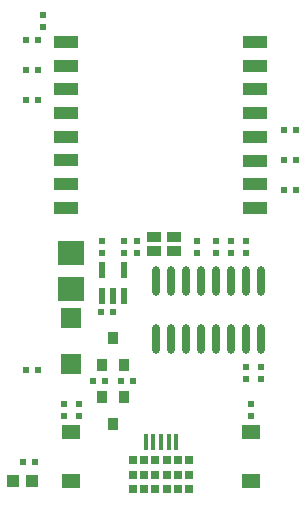
<source format=gtp>
%FSLAX25Y25*%
%MOIN*%
G70*
G01*
G75*
G04 Layer_Color=8421504*
%ADD10C,0.01500*%
%ADD11C,0.02000*%
%ADD12C,0.01000*%
%ADD13C,0.00700*%
%ADD14C,0.05000*%
%ADD15R,0.03740X0.03937*%
%ADD16R,0.02000X0.02000*%
%ADD17R,0.04724X0.03347*%
%ADD18R,0.03937X0.03937*%
%ADD19R,0.02000X0.02000*%
%ADD20R,0.02165X0.05709*%
%ADD21R,0.02165X0.05709*%
%ADD22R,0.01500X0.05400*%
%ADD23O,0.02756X0.09843*%
%ADD24R,0.07874X0.03937*%
%ADD25R,0.05906X0.04500*%
%ADD26R,0.06575X0.06693*%
%ADD27R,0.08661X0.07874*%
%ADD28C,0.03000*%
%ADD29C,0.03200*%
%ADD30R,0.44900X0.10200*%
%ADD31C,0.04724*%
%ADD32O,0.05906X0.07480*%
%ADD33C,0.03150*%
%ADD34C,0.06900*%
%ADD35R,0.06900X0.06900*%
%ADD36C,0.02362*%
%ADD37R,0.44900X0.09800*%
%ADD38C,0.00500*%
%ADD39C,0.00787*%
%ADD40C,0.00394*%
%ADD41C,0.00984*%
%ADD42C,0.01181*%
%ADD43C,0.00018*%
%ADD44C,0.00800*%
%ADD45C,0.01200*%
%ADD46R,0.09572X0.00759*%
%ADD47R,0.00900X0.40700*%
%ADD48R,0.09743X0.00900*%
%ADD49R,0.01433X0.08858*%
%ADD50R,0.01433X0.08858*%
%ADD51R,0.10236X0.04035*%
%ADD52R,0.02500X0.02900*%
D15*
X-19740Y-93329D02*
D03*
X-12260Y-93329D02*
D03*
X-16000Y-84471D02*
D03*
Y-112929D02*
D03*
X-19740Y-104071D02*
D03*
X-12260Y-104071D02*
D03*
D16*
X-45000Y5000D02*
D03*
X-41000D02*
D03*
Y15000D02*
D03*
X-45000D02*
D03*
X-20000Y-75600D02*
D03*
X-16000D02*
D03*
X45000Y-35000D02*
D03*
X41000D02*
D03*
X45000Y-25000D02*
D03*
X41000D02*
D03*
X45000Y-15000D02*
D03*
X41000D02*
D03*
X-45000Y-5000D02*
D03*
X-41000D02*
D03*
X-45900Y-125800D02*
D03*
X-41900D02*
D03*
X-9200Y-98600D02*
D03*
X-13200D02*
D03*
X-18700D02*
D03*
X-22700D02*
D03*
X-41000Y-95000D02*
D03*
X-45000D02*
D03*
D17*
X-2199Y-50738D02*
D03*
X4199D02*
D03*
Y-55462D02*
D03*
X-2199D02*
D03*
D18*
X-42950Y-131977D02*
D03*
X-49250D02*
D03*
D19*
X-32300Y-110200D02*
D03*
Y-106200D02*
D03*
X-19740Y-56000D02*
D03*
Y-52000D02*
D03*
X-12260Y-56000D02*
D03*
Y-52000D02*
D03*
X28500D02*
D03*
Y-56000D02*
D03*
X23500Y-52000D02*
D03*
Y-56000D02*
D03*
X30000Y-110200D02*
D03*
Y-106200D02*
D03*
X-27400Y-110200D02*
D03*
Y-106200D02*
D03*
X33500Y-94000D02*
D03*
Y-98000D02*
D03*
X28500Y-94000D02*
D03*
Y-98000D02*
D03*
X18500Y-56000D02*
D03*
Y-52000D02*
D03*
X12000D02*
D03*
Y-56000D02*
D03*
X-8000D02*
D03*
Y-52000D02*
D03*
X-39300Y19300D02*
D03*
Y23300D02*
D03*
D20*
X-19740Y-61768D02*
D03*
X-12260D02*
D03*
Y-70232D02*
D03*
X-16000D02*
D03*
D21*
X-19740Y-70232D02*
D03*
D22*
X-2550Y-119000D02*
D03*
X0D02*
D03*
X-5100D02*
D03*
X2550D02*
D03*
X5100D02*
D03*
D23*
X8500Y-65354D02*
D03*
X13500D02*
D03*
X-1500Y-84646D02*
D03*
X3500D02*
D03*
X8500D02*
D03*
X13500D02*
D03*
X18500D02*
D03*
X23500D02*
D03*
X28500D02*
D03*
X33500D02*
D03*
X-1500Y-65354D02*
D03*
X3500D02*
D03*
X18500D02*
D03*
X23500D02*
D03*
X28500D02*
D03*
X33500D02*
D03*
D24*
X-31496Y-40911D02*
D03*
X31496Y-41069D02*
D03*
Y-33037D02*
D03*
Y-25321D02*
D03*
Y-17368D02*
D03*
Y-9258D02*
D03*
Y-1463D02*
D03*
Y6490D02*
D03*
Y14285D02*
D03*
X-31496Y14167D02*
D03*
Y6411D02*
D03*
Y-1463D02*
D03*
Y-9218D02*
D03*
Y-17250D02*
D03*
Y-25163D02*
D03*
Y-32998D02*
D03*
D25*
X30000Y-132169D02*
D03*
Y-115831D02*
D03*
X-30000Y-132169D02*
D03*
Y-115831D02*
D03*
D26*
X-30100Y-93036D02*
D03*
Y-77564D02*
D03*
D27*
X-30000Y-67905D02*
D03*
Y-56094D02*
D03*
D52*
X5610Y-134550D02*
D03*
X1870D02*
D03*
X-1870D02*
D03*
X-5610D02*
D03*
X-9350D02*
D03*
X9350D02*
D03*
X5610Y-129850D02*
D03*
Y-125150D02*
D03*
X1870Y-129850D02*
D03*
Y-125150D02*
D03*
X-1870Y-129850D02*
D03*
Y-125150D02*
D03*
X-5610Y-129850D02*
D03*
Y-125150D02*
D03*
X-9350Y-129850D02*
D03*
X9350D02*
D03*
Y-125150D02*
D03*
X-9350D02*
D03*
M02*

</source>
